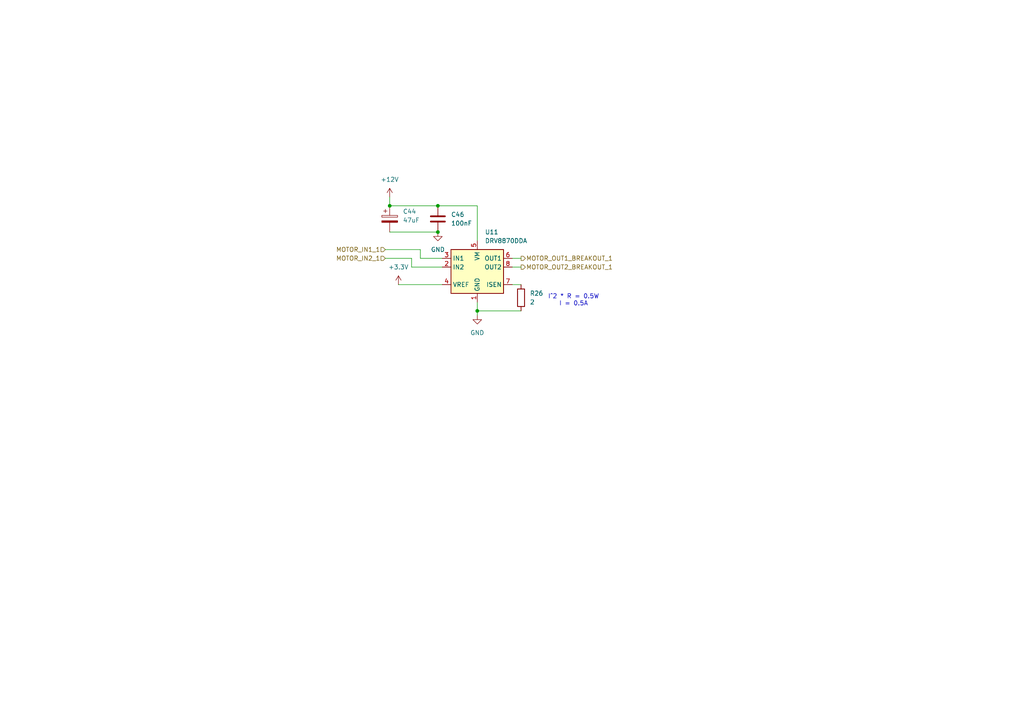
<source format=kicad_sch>
(kicad_sch (version 20231120) (generator "eeschema") (generator_version "8.0")
  (paper "A4")
  (lib_symbols
    (symbol "Device:C" (pin_numbers hide) (pin_names (offset 0.254))
      (property "Reference" "C" (at 0.635 2.54 0))
      (property "Value" "C" (at 0.635 -2.54 0))
      (symbol "C_0_1"
        (polyline (pts (xy -2.032 -0.762) (xy 2.032 -0.762)) (stroke (width 0.508)))
        (polyline (pts (xy -2.032 0.762) (xy 2.032 0.762)) (stroke (width 0.508)))
      )
      (symbol "C_1_1"
        (pin passive line (at 0 3.81 270) (length 2.794) (name "~") (number "1"))
        (pin passive line (at 0 -3.81 90) (length 2.794) (name "~") (number "2"))
      )
    )
    (symbol "Device:C_Polarized" (pin_numbers hide) (pin_names (offset 0.254))
      (property "Reference" "C" (at 0.635 2.54 0))
      (property "Value" "C_Polarized" (at 0.635 -2.54 0))
      (symbol "C_Polarized_0_1"
        (rectangle (start -2.286 0.508) (end 2.286 1.016))
        (polyline (pts (xy -1.778 2.286) (xy -0.762 2.286)))
        (polyline (pts (xy -1.27 2.794) (xy -1.27 1.778)))
        (rectangle (start 2.286 -0.508) (end -2.286 -1.016) (fill (type outline)))
      )
      (symbol "C_Polarized_1_1"
        (pin passive line (at 0 3.81 270) (length 2.794) (name "~") (number "1"))
        (pin passive line (at 0 -3.81 90) (length 2.794) (name "~") (number "2"))
      )
    )
    (symbol "Device:R" (pin_numbers hide) (pin_names (offset 0))
      (property "Reference" "R" (at 2.032 0 90))
      (property "Value" "R" (at 0 0 90))
      (symbol "R_0_1"
        (rectangle (start -1.016 -2.54) (end 1.016 2.54) (stroke (width 0.254)))
      )
      (symbol "R_1_1"
        (pin passive line (at 0 3.81 270) (length 1.27) (name "~") (number "1"))
        (pin passive line (at 0 -3.81 90) (length 1.27) (name "~") (number "2"))
      )
    )
    (symbol "Driver_Motor:DRV8870DDA"
      (property "Reference" "U" (at -6.35 6.35 0))
      (property "Value" "DRV8870DDA" (at 8.89 6.35 0))
      (symbol "DRV8870DDA_0_1"
        (rectangle (start -7.62 5.08) (end 7.62 -7.62) (stroke (width 0.254)) (fill (type background)))
      )
      (symbol "DRV8870DDA_1_1"
        (pin power_in line (at 0 -10.16 90) (length 2.54) (name "GND") (number "1"))
        (pin input line (at -10.16 0 0) (length 2.54) (name "IN2") (number "2"))
        (pin input line (at -10.16 2.54 0) (length 2.54) (name "IN1") (number "3"))
        (pin input line (at -10.16 -5.08 0) (length 2.54) (name "VREF") (number "4"))
        (pin power_in line (at 0 7.62 270) (length 2.54) (name "VM") (number "5"))
        (pin output line (at 10.16 2.54 180) (length 2.54) (name "OUT1") (number "6"))
        (pin passive line (at 10.16 -5.08 180) (length 2.54) (name "ISEN") (number "7"))
        (pin output line (at 10.16 0 180) (length 2.54) (name "OUT2") (number "8"))
        (pin passive line (at 0 -10.16 90) (length 2.54) hide (name "GND") (number "9"))
      )
    )
    (symbol "power:+12V" (power) (pin_numbers hide) (pin_names (offset 0) hide)
      (property "Value" "+12V" (at 0 3.556 0))
      (symbol "+12V_0_1"
        (polyline (pts (xy -0.762 1.27) (xy 0 2.54)))
        (polyline (pts (xy 0 0) (xy 0 2.54)))
        (polyline (pts (xy 0 2.54) (xy 0.762 1.27)))
      )
      (symbol "+12V_1_1"
        (pin power_in line (at 0 0 90) (length 0) (name "~") (number "1"))
      )
    )
    (symbol "power:+3.3V" (power) (pin_numbers hide) (pin_names (offset 0) hide)
      (property "Value" "+3.3V" (at 0 3.556 0))
      (symbol "+3.3V_0_1"
        (polyline (pts (xy -0.762 1.27) (xy 0 2.54)))
        (polyline (pts (xy 0 0) (xy 0 2.54)))
        (polyline (pts (xy 0 2.54) (xy 0.762 1.27)))
      )
      (symbol "+3.3V_1_1"
        (pin power_in line (at 0 0 90) (length 0) (name "~") (number "1"))
      )
    )
    (symbol "power:GND" (power) (pin_numbers hide) (pin_names (offset 0) hide)
      (property "Value" "GND" (at 0 -3.81 0))
      (symbol "GND_0_1"
        (polyline (pts (xy 0 0) (xy 0 -1.27) (xy 1.27 -1.27) (xy 0 -2.54) (xy -1.27 -1.27) (xy 0 -1.27)))
      )
      (symbol "GND_1_1"
        (pin power_in line (at 0 0 270) (length 0) (name "~") (number "1"))
      )
    )
  )
  (junction (at 138.43 90.17))
  (junction (at 113.03 59.69))
  (junction (at 127 67.31))
  (junction (at 127 59.69))
  (wire (pts (xy 138.43 90.17) (xy 138.43 91.44)))
  (wire (pts (xy 127 59.69) (xy 138.43 59.69)))
  (wire (pts (xy 138.43 59.69) (xy 138.43 69.85)))
  (wire (pts (xy 128.27 77.47) (xy 119.38 77.47)))
  (wire (pts (xy 138.43 90.17) (xy 151.13 90.17)))
  (wire (pts (xy 111.76 72.39) (xy 121.92 72.39)))
  (wire (pts (xy 121.92 74.93) (xy 121.92 72.39)))
  (wire (pts (xy 148.59 74.93) (xy 151.13 74.93)))
  (wire (pts (xy 119.38 77.47) (xy 119.38 74.93)))
  (wire (pts (xy 148.59 82.55) (xy 151.13 82.55)))
  (wire (pts (xy 111.76 74.93) (xy 119.38 74.93)))
  (wire (pts (xy 115.57 82.55) (xy 128.27 82.55)))
  (wire (pts (xy 148.59 77.47) (xy 151.13 77.47)))
  (wire (pts (xy 128.27 74.93) (xy 121.92 74.93)))
  (wire (pts (xy 113.03 67.31) (xy 127 67.31)))
  (wire (pts (xy 138.43 87.63) (xy 138.43 90.17)))
  (wire (pts (xy 113.03 59.69) (xy 127 59.69)))
  (wire (pts (xy 113.03 57.15) (xy 113.03 59.69)))
  (text "I^2 * R = 0.5W\nI = 0.5A" (at 166.37 87.122 0) (effects (font (size 1.27 1.27))))
  (hierarchical_label "MOTOR_IN2_1" (shape input) (at 111.76 74.93 180))
  (hierarchical_label "MOTOR_OUT2_BREAKOUT_1" (shape output) (at 151.13 77.47 0))
  (hierarchical_label "MOTOR_OUT1_BREAKOUT_1" (shape output) (at 151.13 74.93 0))
  (hierarchical_label "MOTOR_IN1_1" (shape input) (at 111.76 72.39 180))
  (symbol (lib_id "power:+12V") (at 113.03 57.15 0) (unit 1)
    (property "Reference" "#PWR059" (effects (hide yes)))
    (property "Value" "+12V" (at 113.03 52.07 0))
    (property "Description" "Power symbol creates a global label with name \"+12V\"" (effects (hide yes)))
  )
  (symbol (lib_id "Device:R") (at 151.13 86.36 0) (unit 1)
    (property "Reference" "R26" (at 153.67 85.0899 0) (effects (justify left)))
    (property "Value" "2" (at 153.67 87.6299 0) (effects (justify left)))
    (property "Footprint" "Resistor_SMD:R_2512_6332Metric" (effects (hide yes)))
    (property "Description" "Resistor" (effects (hide yes)))
  )
  (symbol (lib_id "power:GND") (at 138.43 91.44 0) (unit 1)
    (property "Reference" "#PWR065" (effects (hide yes)))
    (property "Value" "GND" (at 138.43 96.52 0))
    (property "Description" "Power symbol creates a global label with name \"GND\" , ground" (effects (hide yes)))
  )
  (symbol (lib_id "Device:C_Polarized") (at 113.03 63.5 0) (unit 1)
    (property "Reference" "C44" (at 116.84 61.3409 0) (effects (justify left)))
    (property "Value" "47uF" (at 116.84 63.8809 0) (effects (justify left)))
    (property "Footprint" "Capacitor_SMD:CP_Elec_6.3x5.8" (effects (hide yes)))
  )
  (symbol (lib_id "Device:C") (at 127 63.5 0) (unit 1)
    (property "Reference" "C46" (at 130.81 62.2299 0) (effects (justify left)))
    (property "Value" "100nF" (at 130.81 64.7699 0) (effects (justify left)))
    (property "Description" "Unpolarized capacitor" (effects (hide yes)))
  )
  (symbol (lib_id "power:+3.3V") (at 115.57 82.55 0) (unit 1)
    (property "Reference" "#PWR061" (effects (hide yes)))
    (property "Value" "+3.3V" (at 115.57 77.47 0))
    (property "Description" "Power symbol creates a global label with name \"+3.3V\"" (effects (hide yes)))
  )
  (symbol (lib_id "power:GND") (at 127 67.31 0) (unit 1)
    (property "Reference" "#PWR063" (effects (hide yes)))
    (property "Value" "GND" (at 127 72.39 0))
    (property "Description" "Power symbol creates a global label with name \"GND\" , ground" (effects (hide yes)))
  )
  (symbol (lib_id "Driver_Motor:DRV8870DDA") (at 138.43 77.47 0) (unit 1)
    (property "Reference" "U11" (at 140.6241 67.31 0) (effects (justify left)))
    (property "Value" "DRV8870DDA" (at 140.6241 69.85 0) (effects (justify left)))
    (property "Footprint" "Package_SO:Texas_HTSOP-8-1EP_3.9x4.9mm_P1.27mm_EP2.95x4.9mm_Mask2.4x3.1mm_ThermalVias" (effects (hide yes)))
    (property "Datasheet" "http://www.ti.com/lit/ds/symlink/drv8870.pdf" (effects (hide yes)))
  )
)
</source>
